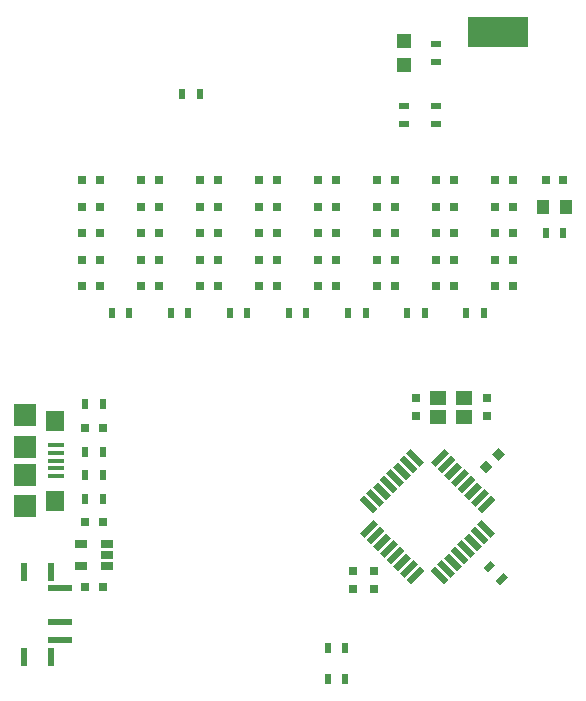
<source format=gtp>
G04 #@! TF.FileFunction,Paste,Top*
%FSLAX46Y46*%
G04 Gerber Fmt 4.6, Leading zero omitted, Abs format (unit mm)*
G04 Created by KiCad (PCBNEW 4.0.7) date 09/06/18 20:26:10*
%MOMM*%
%LPD*%
G01*
G04 APERTURE LIST*
%ADD10C,0.100000*%
%ADD11R,0.750000X0.800000*%
%ADD12R,0.800000X0.750000*%
%ADD13R,0.797560X0.797560*%
%ADD14R,1.198880X1.198880*%
%ADD15R,0.500000X0.900000*%
%ADD16R,0.900000X0.500000*%
%ADD17R,1.060000X0.650000*%
%ADD18R,1.400000X1.200000*%
%ADD19R,2.000000X0.600000*%
%ADD20R,0.600000X1.500000*%
%ADD21R,5.080000X2.540000*%
%ADD22R,1.000000X1.250000*%
%ADD23R,1.350000X0.400000*%
%ADD24R,1.900000X1.900000*%
%ADD25R,1.600000X1.700000*%
G04 APERTURE END LIST*
D10*
D11*
X81000000Y-97850000D03*
X81000000Y-99350000D03*
X84500000Y-84750000D03*
X84500000Y-83250000D03*
D10*
G36*
X90451992Y-89578338D02*
X89921662Y-89048008D01*
X90487348Y-88482322D01*
X91017678Y-89012652D01*
X90451992Y-89578338D01*
X90451992Y-89578338D01*
G37*
G36*
X91512652Y-88517678D02*
X90982322Y-87987348D01*
X91548008Y-87421662D01*
X92078338Y-87951992D01*
X91512652Y-88517678D01*
X91512652Y-88517678D01*
G37*
D11*
X90500000Y-83250000D03*
X90500000Y-84750000D03*
X79200000Y-97850000D03*
X79200000Y-99350000D03*
D12*
X58000000Y-93750000D03*
X56500000Y-93750000D03*
X56500000Y-99250000D03*
X58000000Y-99250000D03*
D13*
X56250700Y-64750000D03*
X57749300Y-64750000D03*
X56250700Y-67000000D03*
X57749300Y-67000000D03*
X56250700Y-69250000D03*
X57749300Y-69250000D03*
X56250700Y-71500000D03*
X57749300Y-71500000D03*
X56250700Y-73750000D03*
X57749300Y-73750000D03*
X61250700Y-64750000D03*
X62749300Y-64750000D03*
X61250700Y-67000000D03*
X62749300Y-67000000D03*
X61250700Y-69250000D03*
X62749300Y-69250000D03*
X61250700Y-71500000D03*
X62749300Y-71500000D03*
X61250700Y-73750000D03*
X62749300Y-73750000D03*
X66250700Y-64750000D03*
X67749300Y-64750000D03*
X66250700Y-67000000D03*
X67749300Y-67000000D03*
X66250700Y-69250000D03*
X67749300Y-69250000D03*
X66250700Y-71500000D03*
X67749300Y-71500000D03*
X66250700Y-73750000D03*
X67749300Y-73750000D03*
X71250700Y-64750000D03*
X72749300Y-64750000D03*
X71250700Y-67000000D03*
X72749300Y-67000000D03*
X71250700Y-69250000D03*
X72749300Y-69250000D03*
X71250700Y-71500000D03*
X72749300Y-71500000D03*
X71250700Y-73750000D03*
X72749300Y-73750000D03*
X76250700Y-64750000D03*
X77749300Y-64750000D03*
X76250700Y-67000000D03*
X77749300Y-67000000D03*
X76250700Y-69250000D03*
X77749300Y-69250000D03*
X76250700Y-71500000D03*
X77749300Y-71500000D03*
X76250700Y-73750000D03*
X77749300Y-73750000D03*
X81250700Y-64750000D03*
X82749300Y-64750000D03*
X81250700Y-67000000D03*
X82749300Y-67000000D03*
X81250700Y-69250000D03*
X82749300Y-69250000D03*
X81250700Y-71500000D03*
X82749300Y-71500000D03*
X81250700Y-73750000D03*
X82749300Y-73750000D03*
X86250700Y-64750000D03*
X87749300Y-64750000D03*
X86250700Y-67000000D03*
X87749300Y-67000000D03*
X86250700Y-69250000D03*
X87749300Y-69250000D03*
X86250700Y-71500000D03*
X87749300Y-71500000D03*
X86250700Y-73750000D03*
X87749300Y-73750000D03*
X91250700Y-64750000D03*
X92749300Y-64750000D03*
X91250700Y-67000000D03*
X92749300Y-67000000D03*
X91250700Y-69250000D03*
X92749300Y-69250000D03*
X91250700Y-71500000D03*
X92749300Y-71500000D03*
X91250700Y-73750000D03*
X92749300Y-73750000D03*
X56500700Y-85750000D03*
X57999300Y-85750000D03*
D14*
X83500000Y-55049020D03*
X83500000Y-52950980D03*
D15*
X58750000Y-76000000D03*
X60250000Y-76000000D03*
X63750000Y-76000000D03*
X65250000Y-76000000D03*
X68750000Y-76000000D03*
X70250000Y-76000000D03*
X73750000Y-76000000D03*
X75250000Y-76000000D03*
X78750000Y-76000000D03*
X80250000Y-76000000D03*
X85250000Y-76000000D03*
X83750000Y-76000000D03*
X90250000Y-76000000D03*
X88750000Y-76000000D03*
X56500000Y-87750000D03*
X58000000Y-87750000D03*
X56500000Y-89750000D03*
X58000000Y-89750000D03*
X56500000Y-91750000D03*
X58000000Y-91750000D03*
X64750000Y-57500000D03*
X66250000Y-57500000D03*
X56500000Y-83750000D03*
X58000000Y-83750000D03*
D16*
X83500000Y-58500000D03*
X83500000Y-60000000D03*
D10*
G36*
X90224695Y-97611091D02*
X90861091Y-96974695D01*
X91214645Y-97328249D01*
X90578249Y-97964645D01*
X90224695Y-97611091D01*
X90224695Y-97611091D01*
G37*
G36*
X91285355Y-98671751D02*
X91921751Y-98035355D01*
X92275305Y-98388909D01*
X91638909Y-99025305D01*
X91285355Y-98671751D01*
X91285355Y-98671751D01*
G37*
G36*
X90856334Y-91464555D02*
X91245243Y-91853464D01*
X90113872Y-92984835D01*
X89724963Y-92595926D01*
X90856334Y-91464555D01*
X90856334Y-91464555D01*
G37*
G36*
X90290648Y-90898870D02*
X90679557Y-91287779D01*
X89548186Y-92419150D01*
X89159277Y-92030241D01*
X90290648Y-90898870D01*
X90290648Y-90898870D01*
G37*
G36*
X89724963Y-90333184D02*
X90113872Y-90722093D01*
X88982501Y-91853464D01*
X88593592Y-91464555D01*
X89724963Y-90333184D01*
X89724963Y-90333184D01*
G37*
G36*
X89159278Y-89767499D02*
X89548187Y-90156408D01*
X88416816Y-91287779D01*
X88027907Y-90898870D01*
X89159278Y-89767499D01*
X89159278Y-89767499D01*
G37*
G36*
X88593592Y-89201813D02*
X88982501Y-89590722D01*
X87851130Y-90722093D01*
X87462221Y-90333184D01*
X88593592Y-89201813D01*
X88593592Y-89201813D01*
G37*
G36*
X88027907Y-88636128D02*
X88416816Y-89025037D01*
X87285445Y-90156408D01*
X86896536Y-89767499D01*
X88027907Y-88636128D01*
X88027907Y-88636128D01*
G37*
G36*
X87462221Y-88070443D02*
X87851130Y-88459352D01*
X86719759Y-89590723D01*
X86330850Y-89201814D01*
X87462221Y-88070443D01*
X87462221Y-88070443D01*
G37*
G36*
X86896536Y-87504757D02*
X87285445Y-87893666D01*
X86154074Y-89025037D01*
X85765165Y-88636128D01*
X86896536Y-87504757D01*
X86896536Y-87504757D01*
G37*
G36*
X83714555Y-87893666D02*
X84103464Y-87504757D01*
X85234835Y-88636128D01*
X84845926Y-89025037D01*
X83714555Y-87893666D01*
X83714555Y-87893666D01*
G37*
G36*
X83148870Y-88459352D02*
X83537779Y-88070443D01*
X84669150Y-89201814D01*
X84280241Y-89590723D01*
X83148870Y-88459352D01*
X83148870Y-88459352D01*
G37*
G36*
X82583184Y-89025037D02*
X82972093Y-88636128D01*
X84103464Y-89767499D01*
X83714555Y-90156408D01*
X82583184Y-89025037D01*
X82583184Y-89025037D01*
G37*
G36*
X82017499Y-89590722D02*
X82406408Y-89201813D01*
X83537779Y-90333184D01*
X83148870Y-90722093D01*
X82017499Y-89590722D01*
X82017499Y-89590722D01*
G37*
G36*
X81451813Y-90156408D02*
X81840722Y-89767499D01*
X82972093Y-90898870D01*
X82583184Y-91287779D01*
X81451813Y-90156408D01*
X81451813Y-90156408D01*
G37*
G36*
X80886128Y-90722093D02*
X81275037Y-90333184D01*
X82406408Y-91464555D01*
X82017499Y-91853464D01*
X80886128Y-90722093D01*
X80886128Y-90722093D01*
G37*
G36*
X80320443Y-91287779D02*
X80709352Y-90898870D01*
X81840723Y-92030241D01*
X81451814Y-92419150D01*
X80320443Y-91287779D01*
X80320443Y-91287779D01*
G37*
G36*
X79754757Y-91853464D02*
X80143666Y-91464555D01*
X81275037Y-92595926D01*
X80886128Y-92984835D01*
X79754757Y-91853464D01*
X79754757Y-91853464D01*
G37*
G36*
X80886128Y-93515165D02*
X81275037Y-93904074D01*
X80143666Y-95035445D01*
X79754757Y-94646536D01*
X80886128Y-93515165D01*
X80886128Y-93515165D01*
G37*
G36*
X81451814Y-94080850D02*
X81840723Y-94469759D01*
X80709352Y-95601130D01*
X80320443Y-95212221D01*
X81451814Y-94080850D01*
X81451814Y-94080850D01*
G37*
G36*
X82017499Y-94646536D02*
X82406408Y-95035445D01*
X81275037Y-96166816D01*
X80886128Y-95777907D01*
X82017499Y-94646536D01*
X82017499Y-94646536D01*
G37*
G36*
X82583184Y-95212221D02*
X82972093Y-95601130D01*
X81840722Y-96732501D01*
X81451813Y-96343592D01*
X82583184Y-95212221D01*
X82583184Y-95212221D01*
G37*
G36*
X83148870Y-95777907D02*
X83537779Y-96166816D01*
X82406408Y-97298187D01*
X82017499Y-96909278D01*
X83148870Y-95777907D01*
X83148870Y-95777907D01*
G37*
G36*
X83714555Y-96343592D02*
X84103464Y-96732501D01*
X82972093Y-97863872D01*
X82583184Y-97474963D01*
X83714555Y-96343592D01*
X83714555Y-96343592D01*
G37*
G36*
X84280241Y-96909277D02*
X84669150Y-97298186D01*
X83537779Y-98429557D01*
X83148870Y-98040648D01*
X84280241Y-96909277D01*
X84280241Y-96909277D01*
G37*
G36*
X84845926Y-97474963D02*
X85234835Y-97863872D01*
X84103464Y-98995243D01*
X83714555Y-98606334D01*
X84845926Y-97474963D01*
X84845926Y-97474963D01*
G37*
G36*
X85765165Y-97863872D02*
X86154074Y-97474963D01*
X87285445Y-98606334D01*
X86896536Y-98995243D01*
X85765165Y-97863872D01*
X85765165Y-97863872D01*
G37*
G36*
X86330850Y-97298186D02*
X86719759Y-96909277D01*
X87851130Y-98040648D01*
X87462221Y-98429557D01*
X86330850Y-97298186D01*
X86330850Y-97298186D01*
G37*
G36*
X86896536Y-96732501D02*
X87285445Y-96343592D01*
X88416816Y-97474963D01*
X88027907Y-97863872D01*
X86896536Y-96732501D01*
X86896536Y-96732501D01*
G37*
G36*
X87462221Y-96166816D02*
X87851130Y-95777907D01*
X88982501Y-96909278D01*
X88593592Y-97298187D01*
X87462221Y-96166816D01*
X87462221Y-96166816D01*
G37*
G36*
X88027907Y-95601130D02*
X88416816Y-95212221D01*
X89548187Y-96343592D01*
X89159278Y-96732501D01*
X88027907Y-95601130D01*
X88027907Y-95601130D01*
G37*
G36*
X88593592Y-95035445D02*
X88982501Y-94646536D01*
X90113872Y-95777907D01*
X89724963Y-96166816D01*
X88593592Y-95035445D01*
X88593592Y-95035445D01*
G37*
G36*
X89159277Y-94469759D02*
X89548186Y-94080850D01*
X90679557Y-95212221D01*
X90290648Y-95601130D01*
X89159277Y-94469759D01*
X89159277Y-94469759D01*
G37*
G36*
X89724963Y-93904074D02*
X90113872Y-93515165D01*
X91245243Y-94646536D01*
X90856334Y-95035445D01*
X89724963Y-93904074D01*
X89724963Y-93904074D01*
G37*
D17*
X58350000Y-97450000D03*
X58350000Y-96500000D03*
X58350000Y-95550000D03*
X56150000Y-95550000D03*
X56150000Y-97450000D03*
D18*
X86400000Y-84800000D03*
X88600000Y-84800000D03*
X86400000Y-83200000D03*
X88600000Y-83200000D03*
D19*
X54350000Y-103700000D03*
X54350000Y-99300000D03*
X54350000Y-102200000D03*
D20*
X51350000Y-105100000D03*
X53650000Y-105100000D03*
X53650000Y-97900000D03*
X51350000Y-97900000D03*
D21*
X91500000Y-52190000D03*
D22*
X95250000Y-67000000D03*
X97250000Y-67000000D03*
D12*
X95500000Y-64750000D03*
X97000000Y-64750000D03*
D16*
X86250000Y-54750000D03*
X86250000Y-53250000D03*
D15*
X95500000Y-69250000D03*
X97000000Y-69250000D03*
D16*
X86250000Y-60000000D03*
X86250000Y-58500000D03*
D23*
X54085000Y-87219000D03*
X54085000Y-87869000D03*
X54085000Y-88519000D03*
X54085000Y-89169000D03*
X54085000Y-89819000D03*
D24*
X51435000Y-87319000D03*
X51435000Y-89719000D03*
X51435000Y-84669000D03*
D25*
X53985000Y-85119000D03*
X53985000Y-91919000D03*
D24*
X51435000Y-92369000D03*
D15*
X77050000Y-107000000D03*
X78550000Y-107000000D03*
X77050000Y-104400000D03*
X78550000Y-104400000D03*
M02*

</source>
